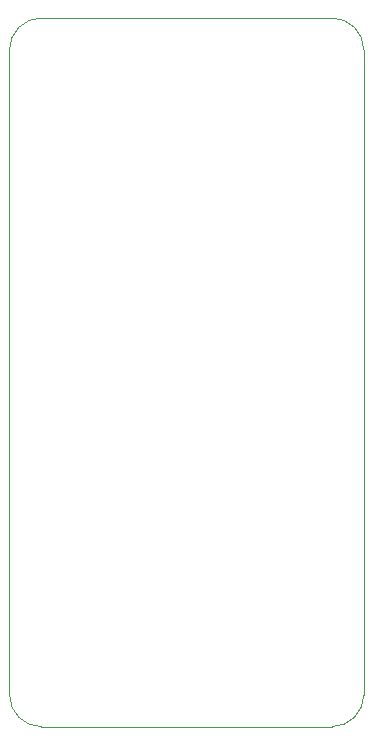
<source format=gbr>
%TF.GenerationSoftware,KiCad,Pcbnew,9.0.2*%
%TF.CreationDate,2025-06-24T21:35:56-05:00*%
%TF.ProjectId,Flight Computer,466c6967-6874-4204-936f-6d7075746572,rev?*%
%TF.SameCoordinates,Original*%
%TF.FileFunction,Profile,NP*%
%FSLAX46Y46*%
G04 Gerber Fmt 4.6, Leading zero omitted, Abs format (unit mm)*
G04 Created by KiCad (PCBNEW 9.0.2) date 2025-06-24 21:35:56*
%MOMM*%
%LPD*%
G01*
G04 APERTURE LIST*
%TA.AperFunction,Profile*%
%ADD10C,0.100000*%
%TD*%
G04 APERTURE END LIST*
D10*
X97670000Y-55200001D02*
G75*
G02*
X100370001Y-52500000I2700000J1D01*
G01*
X124970000Y-112500000D02*
X100370001Y-112500000D01*
X124970000Y-52500000D02*
G75*
G02*
X127670000Y-55200000I0J-2700000D01*
G01*
X127670000Y-109800000D02*
G75*
G02*
X124970000Y-112500000I-2700000J0D01*
G01*
X124970000Y-52500000D02*
X100370001Y-52500000D01*
X97670000Y-55200001D02*
X97670000Y-109799999D01*
X127670000Y-55200000D02*
X127670000Y-109800000D01*
X100370001Y-112500000D02*
G75*
G02*
X97670000Y-109799999I-1J2700000D01*
G01*
M02*

</source>
